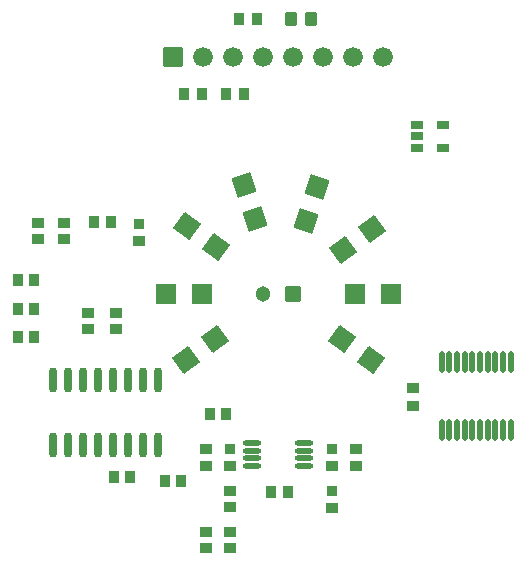
<source format=gts>
G04 Layer: TopSolderMaskLayer*
G04 EasyEDA v6.5.23, 2024-02-16 22:38:03*
G04 01767c8133624752a37afa6e83b9fffe,1f8200004d6a4d288ef555d4fcc488ac,10*
G04 Gerber Generator version 0.2*
G04 Scale: 100 percent, Rotated: No, Reflected: No *
G04 Dimensions in millimeters *
G04 leading zeros omitted , absolute positions ,4 integer and 5 decimal *
%FSLAX45Y45*%
%MOMM*%

%AMMACRO1*1,1,$1,$2,$3*1,1,$1,$4,$5*1,1,$1,0-$2,0-$3*1,1,$1,0-$4,0-$5*20,1,$1,$2,$3,$4,$5,0*20,1,$1,$4,$5,0-$2,0-$3,0*20,1,$1,0-$2,0-$3,0-$4,0-$5,0*20,1,$1,0-$4,0-$5,$2,$3,0*4,1,4,$2,$3,$4,$5,0-$2,0-$3,0-$4,0-$5,$2,$3,0*%
%ADD10MACRO1,0.1X0.5X0.3X0.5X-0.3*%
%ADD11MACRO1,0.1016X0.4X-0.432X-0.4X-0.432*%
%ADD12MACRO1,0.1016X0.432X0.4X0.432X-0.4*%
%ADD13MACRO1,0.1016X-0.4X0.432X0.4X0.432*%
%ADD14R,0.9656X0.9016*%
%ADD15MACRO1,0.1016X-0.432X-0.4X-0.432X0.4*%
%ADD16MACRO1,0.1016X0.6X-0.6X-0.6X-0.6*%
%ADD17C,1.3016*%
%ADD18MACRO1,0.1016X-0.7874X0.7874X0.7874X0.7874*%
%ADD19C,1.6764*%
%ADD20MACRO1,0.1016X1.1316X-0.1667X-0.1911X-1.1277*%
%ADD21MACRO1,0.1016X1.1316X-0.1667X-0.1912X-1.1277*%
%ADD22MACRO1,0.1016X0.8175X-0.8X-0.8175X-0.8*%
%ADD23MACRO1,0.1016X0.1911X-1.1277X-1.1316X-0.1667*%
%ADD24MACRO1,0.1016X0.1912X-1.1277X-1.1316X-0.1667*%
%ADD25MACRO1,0.1016X-0.5082X-1.0247X-1.0135X0.5303*%
%ADD26MACRO1,0.1016X-1.0135X-0.5303X-0.5082X1.0247*%
%ADD27MACRO1,0.1016X-1.1316X0.1667X0.1912X1.1277*%
%ADD28MACRO1,0.1016X-1.1316X0.1667X0.1911X1.1277*%
%ADD29MACRO1,0.1016X-0.8175X0.8X0.8175X0.8*%
%ADD30MACRO1,0.1016X-0.1912X1.1277X1.1316X0.1667*%
%ADD31MACRO1,0.1016X-0.1911X1.1277X1.1316X0.1667*%
%ADD32MACRO1,0.1016X0.45X0.5X0.45X-0.5*%
%ADD33MACRO1,0.1016X0.432X-0.4032X-0.432X-0.4032*%
%ADD34MACRO1,0.1016X0.432X0.4032X-0.432X0.4032*%
%ADD35MACRO1,0.1016X-0.4032X-0.432X-0.4032X0.432*%
%ADD36MACRO1,0.1016X0.4032X-0.432X0.4032X0.432*%
%ADD37MACRO1,0.1016X0.4032X0.432X0.4032X-0.432*%
%ADD38MACRO1,0.1016X-0.4032X0.432X-0.4032X-0.432*%
%ADD39O,0.6755891999999999X2.1395944*%
%ADD40O,0.4656074X1.8436082*%
%ADD41O,1.5516098000000003X0.4816094*%

%LPD*%
D10*
G01*
X1172690Y1333500D03*
G01*
X1172688Y1238509D03*
G01*
X1172695Y1428490D03*
G01*
X1392704Y1238496D03*
G01*
X1392704Y1428501D03*
D11*
G01*
X-57299Y-1676387D03*
G01*
X82699Y-1676387D03*
D12*
G01*
X660387Y-1454299D03*
G01*
X660387Y-1314300D03*
G01*
X-609612Y-1454299D03*
G01*
X-609612Y-1314300D03*
D13*
G01*
X-438000Y-1016012D03*
G01*
X-577999Y-1016012D03*
D12*
G01*
X-406412Y-2152799D03*
G01*
X-406412Y-2012800D03*
G01*
X-609612Y-2152799D03*
G01*
X-609612Y-2012800D03*
D11*
G01*
X-1390799Y-1549387D03*
G01*
X-1250800Y-1549387D03*
D13*
G01*
X-819000Y-1587512D03*
G01*
X-958999Y-1587512D03*
G01*
X-2063600Y-368312D03*
G01*
X-2203599Y-368312D03*
G01*
X-2063600Y-127012D03*
G01*
X-2203599Y-127012D03*
G01*
X-2063600Y114287D03*
G01*
X-2203599Y114287D03*
D11*
G01*
X-1555899Y609612D03*
G01*
X-1415900Y609612D03*
D14*
G01*
X457225Y-1314297D03*
D15*
G01*
X457212Y-1454299D03*
D14*
G01*
X-406374Y-1314297D03*
D15*
G01*
X-406387Y-1454299D03*
D14*
G01*
X457225Y-1669897D03*
D15*
G01*
X457212Y-1809899D03*
G01*
X-407751Y-1668353D03*
G01*
X-407751Y-1808352D03*
D12*
G01*
X-1816112Y463400D03*
G01*
X-1816112Y603399D03*
G01*
X-2032012Y463400D03*
G01*
X-2032012Y603399D03*
D16*
G01*
X127000Y0D03*
D17*
G01*
X-127000Y0D03*
D18*
G01*
X-889000Y2006600D03*
D19*
G01*
X-635000Y2006600D03*
G01*
X-381000Y2006600D03*
G01*
X-127000Y2006600D03*
G01*
X127000Y2006600D03*
G01*
X381000Y2006600D03*
G01*
X635000Y2006600D03*
G01*
X889000Y2006600D03*
D20*
G01*
X-783160Y-559090D03*
D21*
G01*
X-537639Y-380709D03*
D22*
G01*
X-951738Y0D03*
G01*
X-648258Y0D03*
D23*
G01*
X-770458Y571789D03*
D24*
G01*
X-524941Y393410D03*
D25*
G01*
X-288189Y919011D03*
G01*
X-194410Y630388D03*
D26*
G01*
X326289Y906311D03*
G01*
X232510Y617688D03*
D27*
G01*
X795858Y546389D03*
D28*
G01*
X550341Y368010D03*
D29*
G01*
X951738Y0D03*
G01*
X648258Y0D03*
D30*
G01*
X783160Y-559090D03*
D31*
G01*
X537639Y-380709D03*
D32*
G01*
X275490Y2324100D03*
G01*
X105491Y2324100D03*
D33*
G01*
X1143000Y-800975D03*
D34*
G01*
X1143000Y-951624D03*
D35*
G01*
X-648575Y1689100D03*
D36*
G01*
X-799224Y1689100D03*
D35*
G01*
X-292975Y1689100D03*
D36*
G01*
X-443624Y1689100D03*
D37*
G01*
X-329324Y2324100D03*
D38*
G01*
X-178675Y2324100D03*
D39*
G01*
X-1905000Y-1280210D03*
G01*
X-1778000Y-1280210D03*
G01*
X-1651000Y-1280210D03*
G01*
X-1524000Y-1280210D03*
G01*
X-1397000Y-1280210D03*
G01*
X-1270000Y-1280210D03*
G01*
X-1143000Y-1280210D03*
G01*
X-1016000Y-1280210D03*
G01*
X-1905000Y-726389D03*
G01*
X-1778000Y-726389D03*
G01*
X-1651000Y-726389D03*
G01*
X-1524000Y-726389D03*
G01*
X-1397000Y-726389D03*
G01*
X-1270000Y-726389D03*
G01*
X-1143000Y-726389D03*
G01*
X-1016000Y-726389D03*
D40*
G01*
X1383893Y-1150696D03*
G01*
X1448892Y-1150696D03*
G01*
X1513890Y-1150696D03*
G01*
X1578889Y-1150696D03*
G01*
X1643913Y-1150696D03*
G01*
X1708912Y-1150696D03*
G01*
X1773910Y-1150696D03*
G01*
X1838909Y-1150696D03*
G01*
X1903907Y-1150696D03*
G01*
X1968906Y-1150696D03*
G01*
X1383893Y-576503D03*
G01*
X1448892Y-576503D03*
G01*
X1513890Y-576503D03*
G01*
X1578889Y-576503D03*
G01*
X1643913Y-576503D03*
G01*
X1708912Y-576503D03*
G01*
X1773910Y-576503D03*
G01*
X1838909Y-576503D03*
G01*
X1903907Y-576503D03*
G01*
X1968906Y-576503D03*
D41*
G01*
X219989Y-1456410D03*
G01*
X219989Y-1391386D03*
G01*
X219989Y-1326387D03*
G01*
X219989Y-1261389D03*
G01*
X-219989Y-1456410D03*
G01*
X-219989Y-1391386D03*
G01*
X-219989Y-1326387D03*
G01*
X-219989Y-1261389D03*
D12*
G01*
X-1612912Y-298599D03*
G01*
X-1612912Y-158600D03*
G01*
X-1371612Y-298599D03*
G01*
X-1371612Y-158600D03*
D14*
G01*
X-1181074Y590702D03*
D15*
G01*
X-1181087Y450700D03*
M02*

</source>
